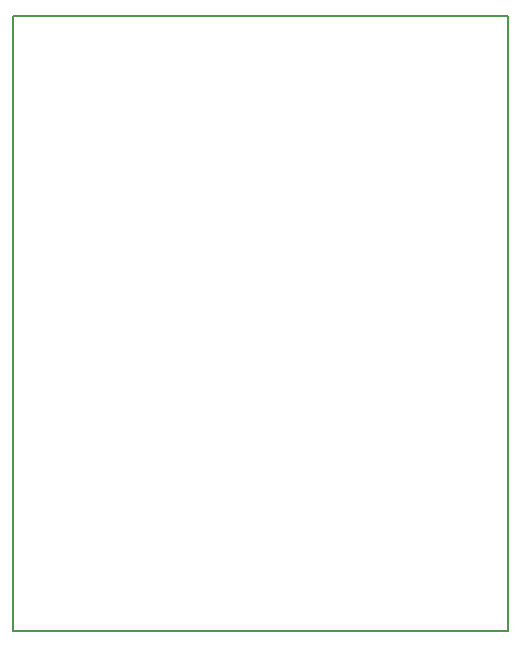
<source format=gm1>
G04 #@! TF.FileFunction,Profile,NP*
%FSLAX46Y46*%
G04 Gerber Fmt 4.6, Leading zero omitted, Abs format (unit mm)*
G04 Created by KiCad (PCBNEW 4.0.4+e1-6308~48~ubuntu16.04.1-stable) date Fri Dec  2 12:05:53 2016*
%MOMM*%
%LPD*%
G01*
G04 APERTURE LIST*
%ADD10C,0.100000*%
%ADD11C,0.150000*%
G04 APERTURE END LIST*
D10*
D11*
X113030000Y-74930000D02*
X71120000Y-74930000D01*
X113030000Y-127000000D02*
X113030000Y-74930000D01*
X71120000Y-127000000D02*
X113030000Y-127000000D01*
X71120000Y-74930000D02*
X71120000Y-127000000D01*
M02*

</source>
